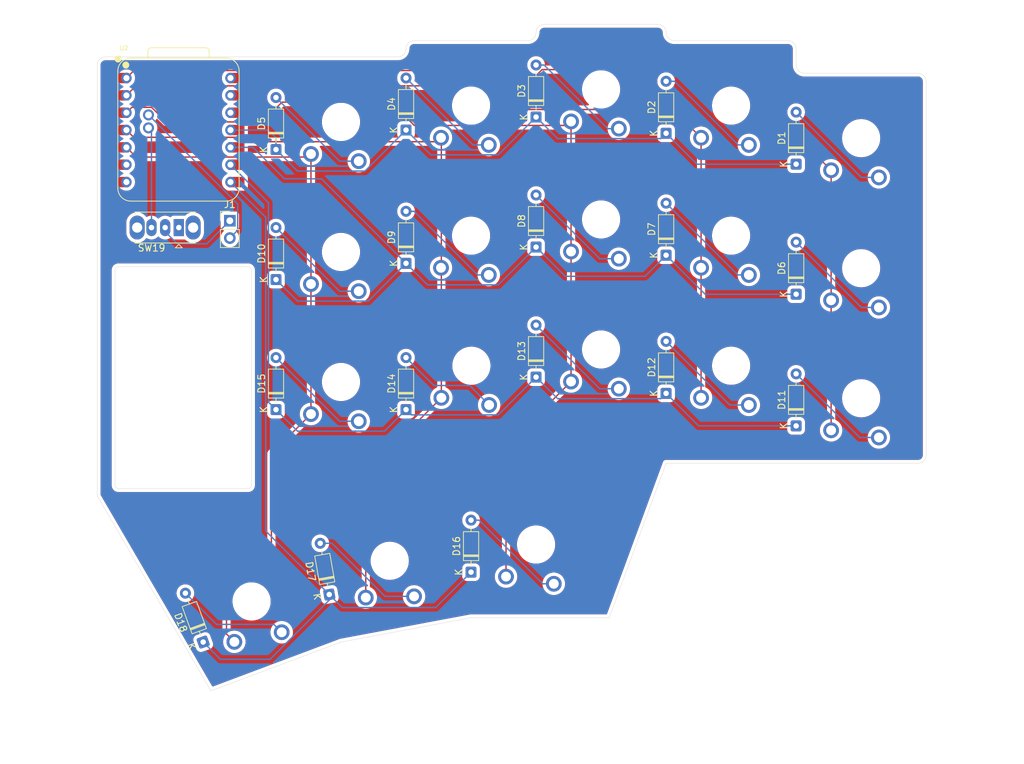
<source format=kicad_pcb>
(kicad_pcb (version 20241229) (generator "pcbnew") (generator_version "9.0")
  (layers (0 "F.Cu" signal) (2 "B.Cu" signal) (13 "F.Paste" user) (15 "B.Paste" user) (5 "F.SilkS" user "F.Silkscreen") (7 "B.SilkS" user "B.Silkscreen") (1 "F.Mask" user) (3 "B.Mask" user) (25 "Edge.Cuts" user))
  (net 0 "")
  (net 1 "Net-(D1-A)")
  (net 2 "Row 0")
  (net 3 "Net-(D2-A)")
  (net 4 "Net-(D3-A)")
  (net 5 "Net-(D4-A)")
  (net 6 "Net-(D5-A)")
  (net 7 "Net-(D6-A)")
  (net 8 "Row 1")
  (net 9 "Net-(D7-A)")
  (net 10 "Net-(D8-A)")
  (net 11 "Net-(D9-A)")
  (net 12 "Net-(D10-A)")
  (net 13 "Row 2")
  (net 14 "Net-(D11-A)")
  (net 15 "Net-(D12-A)")
  (net 16 "Net-(D13-A)")
  (net 17 "Net-(D14-A)")
  (net 18 "Net-(D15-A)")
  (net 19 "Row 3")
  (net 20 "Net-(D16-A)")
  (net 21 "Net-(D17-A)")
  (net 22 "Net-(D18-A)")
  (net 23 "GND")
  (net 24 "+5V")
  (net 25 "Net-(J1-Pin_1)")
  (net 26 "B-")
  (net 27 "Column 0")
  (net 28 "Column 1")
  (net 29 "Column 2")
  (net 30 "Column 3")
  (net 31 "Column 4")
  (net 33 "B+")
  (net 34 "+3V3")
  (footprint "Diode_THT:D_DO-35_SOD27_P7.62mm_Horizontal" (layer "F.Cu") (at 92.45625 92.216875 90)
    (property "Reference" "D14" (at 3.81 -2.119999 90) (layer "F.SilkS"))
    (property "Value" "1N4148")
    (fp_text user "K" (at -0.000002 -1.800001 90) (layer "F.SilkS"))
    (pad "1" thru_hole roundrect (at 0 0 90) (size 1.6 1.6) (drill 0.8) (layers "*.Cu" "*.Mask") (roundrect_rratio 0.15625) (net 13 "Row 2"))
    (pad "2" thru_hole circle (at 7.62 0 90) (size 1.6 1.6) (drill 0.8) (layers "*.Cu" "*.Mask") (net 17 "Net-(D14-A)"))
  )
  (footprint "KS33 Solderable:Gateron-KS33-Solderable-1U" (layer "F.Cu") (at 140.08125 47.6875)
    (property "Reference" "SW2")
    (property "Value" "SW_Push_45deg")
    (pad "" np_thru_hole circle (at 0 0 180) (size 5.1 5.1) (drill 5.1) (layers "*.Cu" "*.Mask"))
    (pad "1" thru_hole circle (at -4.4 4.7 180) (size 2.3 2.3) (drill 1.45) (layers "*.Cu" "B.Mask") (net 28 "Column 1"))
    (pad "2" thru_hole circle (at 2.6 5.75 180) (size 2.3 2.3) (drill 1.45) (layers "*.Cu" "B.Mask") (net 3 "Net-(D2-A)"))
  )
  (footprint "Diode_THT:D_DO-35_SOD27_P7.62mm_Horizontal" (layer "F.Cu") (at 149.60625 56.26 90)
    (property "Reference" "D1" (at 3.81 -2.119999 90) (layer "F.SilkS"))
    (property "Value" "1N4148")
    (fp_text user "K" (at -0.000002 -1.800001 90) (layer "F.SilkS"))
    (pad "1" thru_hole roundrect (at 0 0 90) (size 1.6 1.6) (drill 0.8) (layers "*.Cu" "*.Mask") (roundrect_rratio 0.15625) (net 2 "Row 0"))
    (pad "2" thru_hole circle (at 7.62 0 90) (size 1.6 1.6) (drill 0.8) (layers "*.Cu" "*.Mask") (net 1 "Net-(D1-A)"))
  )
  (footprint "KS33 Solderable:Gateron-KS33-Solderable-1U" (layer "F.Cu") (at 121.03125 83.40625)
    (property "Reference" "SW13")
    (property "Value" "SW_Push_45deg")
    (pad "" np_thru_hole circle (at 0 0 180) (size 5.1 5.1) (drill 5.1) (layers "*.Cu" "*.Mask"))
    (pad "1" thru_hole circle (at -4.4 4.7 180) (size 2.3 2.3) (drill 1.45) (layers "*.Cu" "B.Mask") (net 29 "Column 2"))
    (pad "2" thru_hole circle (at 2.6 5.75 180) (size 2.3 2.3) (drill 1.45) (layers "*.Cu" "B.Mask") (net 16 "Net-(D13-A)"))
  )
  (footprint "KS33 Solderable:Gateron-KS33-Solderable-1U" (layer "F.Cu") (at 90.075 114.3625 10)
    (property "Reference" "SW17")
    (property "Value" "SW_Push_45deg")
    (pad "" np_thru_hole circle (at 0 0 190) (size 5.1 5.1) (drill 5.1) (layers "*.Cu" "*.Mask"))
    (pad "1" thru_hole circle (at -4.400002 4.7 190) (size 2.3 2.3) (drill 1.45) (layers "*.Cu" "B.Mask") (net 30 "Column 3"))
    (pad "2" thru_hole circle (at 2.6 5.75 190) (size 2.3 2.3) (drill 1.45) (layers "*.Cu" "B.Mask") (net 21 "Net-(D17-A)"))
  )
  (footprint "KS33 Solderable:Gateron-KS33-Solderable-1U" (layer "F.Cu") (at 121.03125 45.30625)
    (property "Reference" "SW3")
    (property "Value" "SW_Push_45deg")
    (pad "" np_thru_hole circle (at 0 0 180) (size 5.1 5.1) (drill 5.1) (layers "*.Cu" "*.Mask"))
    (pad "1" thru_hole circle (at -4.4 4.7 180) (size 2.3 2.3) (drill 1.45) (layers "*.Cu" "B.Mask") (net 29 "Column 2"))
    (pad "2" thru_hole circle (at 2.6 5.75 180) (size 2.3 2.3) (drill 1.45) (layers "*.Cu" "B.Mask") (net 4 "Net-(D3-A)"))
  )
  (footprint "Diode_THT:D_DO-35_SOD27_P7.62mm_Horizontal" (layer "F.Cu") (at 130.55625 51.735625 90)
    (property "Reference" "D2" (at 3.81 -2.119999 90) (layer "F.SilkS"))
    (property "Value" "1N4148")
    (fp_text user "K" (at -0.000002 -1.800001 90) (layer "F.SilkS"))
    (pad "1" thru_hole roundrect (at 0 0 90) (size 1.6 1.6) (drill 0.8) (layers "*.Cu" "*.Mask") (roundrect_rratio 0.15625) (net 2 "Row 0"))
    (pad "2" thru_hole circle (at 7.62 0 90) (size 1.6 1.6) (drill 0.8) (layers "*.Cu" "*.Mask") (net 3 "Net-(D2-A)"))
  )
  (footprint "Diode_THT:D_DO-35_SOD27_P7.62mm_Horizontal" (layer "F.Cu") (at 130.55625 89.835625 90)
    (property "Reference" "D12" (at 3.81 -2.119999 90) (layer "F.SilkS"))
    (property "Value" "1N4148")
    (fp_text user "K" (at -0.000002 -1.800001 90) (layer "F.SilkS"))
    (pad "1" thru_hole roundrect (at 0 0 90) (size 1.6 1.6) (drill 0.8) (layers "*.Cu" "*.Mask") (roundrect_rratio 0.15625) (net 13 "Row 2"))
    (pad "2" thru_hole circle (at 7.62 0 90) (size 1.6 1.6) (drill 0.8) (layers "*.Cu" "*.Mask") (net 15 "Net-(D12-A)"))
  )
  (footprint "KS33 Solderable:Gateron-KS33-Solderable-1U" (layer "F.Cu") (at 82.93125 69.11875)
    (property "Reference" "SW10")
    (property "Value" "SW_Push_45deg")
    (pad "" np_thru_hole circle (at 0 0 180) (size 5.1 5.1) (drill 5.1) (layers "*.Cu" "*.Mask"))
    (pad "1" thru_hole circle (at -4.4 4.7 180) (size 2.3 2.3) (drill 1.45) (layers "*.Cu" "B.Mask") (net 31 "Column 4"))
    (pad "2" thru_hole circle (at 2.6 5.75 180) (size 2.3 2.3) (drill 1.45) (layers "*.Cu" "B.Mask") (net 12 "Net-(D10-A)"))
  )
  (footprint "Diode_THT:D_DO-35_SOD27_P7.62mm_Horizontal" (layer "F.Cu") (at 101.98125 116.029375 90)
    (property "Reference" "D16" (at 3.81 -2.119999 90) (layer "F.SilkS"))
    (property "Value" "1N4148")
    (fp_text user "K" (at -0.000002 -1.800001 90) (layer "F.SilkS"))
    (pad "1" thru_hole roundrect (at 0 0 90) (size 1.6 1.6) (drill 0.8) (layers "*.Cu" "*.Mask") (roundrect_rratio 0.15625) (net 19 "Row 3"))
    (pad "2" thru_hole circle (at 7.62 0 90) (size 1.6 1.6) (drill 0.8) (layers "*.Cu" "*.Mask") (net 20 "Net-(D16-A)"))
  )
  (footprint "KS33 Solderable:Gateron-KS33-Solderable-1U" (layer "F.Cu") (at 82.93125 88.16875)
    (property "Reference" "SW15")
    (property "Value" "SW_Push_45deg")
    (pad "" np_thru_hole circle (at 0 0 180) (size 5.1 5.1) (drill 5.1) (layers "*.Cu" "*.Mask"))
    (pad "1" thru_hole circle (at -4.4 4.7 180) (size 2.3 2.3) (drill 1.45) (layers "*.Cu" "B.Mask") (net 31 "Column 4"))
    (pad "2" thru_hole circle (at 2.6 5.75 180) (size 2.3 2.3) (drill 1.45) (layers "*.Cu" "B.Mask") (net 18 "Net-(D15-A)"))
  )
  (footprint "KS33 Solderable:Gateron-KS33-Solderable-1U" (layer "F.Cu") (at 101.98125 47.6875)
    (property "Reference" "SW4")
    (property "Value" "SW_Push_45deg")
    (pad "" np_thru_hole circle (at 0 0 180) (size 5.1 5.1) (drill 5.1) (layers "*.Cu" "*.Mask"))
    (pad "1" thru_hole circle (at -4.4 4.7 180) (size 2.3 2.3) (drill 1.45) (layers "*.Cu" "B.Mask") (net 30 "Column 3"))
    (pad "2" thru_hole circle (at 2.6 5.75 180) (size 2.3 2.3) (drill 1.45) (layers "*.Cu" "B.Mask") (net 5 "Net-(D4-A)"))
  )
  (footprint "Diode_THT:D_DO-35_SOD27_P7.62mm_Horizontal" (layer "F.Cu") (at 111.50625 68.404375 90)
    (property "Reference" "D8" (at 3.81 -2.119999 270) (layer "F.SilkS"))
    (property "Value" "1N4148")
    (fp_text user "K" (at -0.000002 -1.800001 90) (layer "F.SilkS"))
    (pad "1" thru_hole roundrect (at 0 0 90) (size 1.6 1.6) (drill 0.8) (layers "*.Cu" "*.Mask") (roundrect_rratio 0.15625) (net 8 "Row 1"))
    (pad "2" thru_hole circle (at 7.62 0 90) (size 1.6 1.6) (drill 0.8) (layers "*.Cu" "*.Mask") (net 10 "Net-(D8-A)"))
  )
  (footprint "Diode_THT:D_DO-35_SOD27_P7.62mm_Horizontal" (layer "F.Cu") (at 73.40625 54.116875 90)
    (property "Reference" "D5" (at 3.81 -2.119999 90) (layer "F.SilkS"))
    (property "Value" "1N4148")
    (fp_text user "K" (at -0.000002 -1.800001 90) (layer "F.SilkS"))
    (pad "1" thru_hole roundrect (at 0 0 90) (size 1.6 1.6) (drill 0.8) (layers "*.Cu" "*.Mask") (roundrect_rratio 0.15625) (net 2 "Row 0"))
    (pad "2" thru_hole circle (at 7.62 0 90) (size 1.6 1.6) (drill 0.8) (layers "*.Cu" "*.Mask") (net 6 "Net-(D5-A)"))
  )
  (footprint "Diode_THT:D_DO-35_SOD27_P7.62mm_Horizontal" (layer "F.Cu") (at 92.45625 70.785625 90)
    (property "Reference" "D9" (at 3.81 -2.119999 90) (layer "F.SilkS"))
    (property "Value" "1N4148")
    (fp_text user "K" (at -0.000002 -1.800001 90) (layer "F.SilkS"))
    (pad "1" thru_hole roundrect (at 0 0 90) (size 1.6 1.6) (drill 0.8) (layers "*.Cu" "*.Mask") (roundrect_rratio 0.15625) (net 8 "Row 1"))
    (pad "2" thru_hole circle (at 7.62 0 90) (size 1.6 1.6) (drill 0.8) (layers "*.Cu" "*.Mask") (net 11 "Net-(D9-A)"))
  )
  (footprint "Diode_THT:D_DO-35_SOD27_P7.62mm_Horizontal" (layer "F.Cu") (at 149.60625 75.31 90)
    (property "Reference" "D6" (at 3.81 -2.119999 90) (layer "F.SilkS"))
    (property "Value" "1N4148")
    (fp_text user "K" (at -0.000002 -1.800001 90) (layer "F.SilkS"))
    (pad "1" thru_hole roundrect (at 0 0 90) (size 1.6 1.6) (drill 0.8) (layers "*.Cu" "*.Mask") (roundrect_rratio 0.15625) (net 8 "Row 1"))
    (pad "2" thru_hole circle (at 7.62 0 90) (size 1.6 1.6) (drill 0.8) (layers "*.Cu" "*.Mask") (net 7 "Net-(D6-A)"))
  )
  (footprint "xiao:XIAO-nRF52840-DIP-Batt" (layer "F.Cu") (at 59.11875 51.259375)
    (property "Reference" "U2" (at -8 -12 0) (layer "F.SilkS") (effects (font (size 0.635 0.635) (thickness 0.1016))))
    (property "Value" "XIAO-nRF52840-SMD")
    (pad "1" smd roundrect (at -8.455 -7.62 180) (size 2.432 1.524) (layers "F.Cu" "F.Mask") (roundrect_rratio 0.1) (net 27 "Column 0"))
    (pad "1" thru_hole circle (at -7.62 -7.62 180) (size 1.524 1.524) (drill 0.889) (layers "*.Cu" "*.Mask") (net 27 "Column 0"))
    (pad "2" smd roundrect (at -8.455 -5.08 180) (size 2.432 1.524) (layers "F.Cu" "F.Mask") (roundrect_rratio 0.1) (net 28 "Column 1"))
    (pad "2" thru_hole circle (at -7.62 -5.08 180) (size 1.524 1.524) (drill 0.889) (layers "*.Cu" "*.Mask") (net 28 "Column 1"))
    (pad "3" smd roundrect (at -8.455 -2.54 180) (size 2.432 1.524) (layers "F.Cu" "F.Mask") (roundrect_rratio 0.1) (net 29 "Column 2"))
    (pad "3" thru_hole circle (at -7.62 -2.54 180) (size 1.524 1.524) (drill 0.889) (layers "*.Cu" "*.Mask") (net 29 "Column 2"))
    (pad "4" smd roundrect (at -8.455 0 180) (size 2.432 1.524) (layers "F.Cu" "F.Mask") (roundrect_rratio 0.1) (net 30 "Column 3"))
    (pad "4" thru_hole circle (at -7.62 0 180) (size 1.524 1.524) (drill 0.889) (layers "*.Cu" "*.Mask") (net 30 "Column 3"))
    (pad "5" smd roundrect (at -8.455 2.54 180) (size 2.432 1.524) (layers "F.Cu" "F.Mask") (roundrect_rratio 0.1) (net 31 "Column 4"))
    (pad "5" thru_hole circle (at -7.62 2.54 180) (size 1.524 1.524) (drill 0.889) (layers "*.Cu" "*.Mask") (net 31 "Column 4"))
    (pad "6" smd roundrect (at -8.455 5.08 180) (size 2.432 1.524) (layers "F.Cu" "F.Mask") (roundrect_rratio 0.1))
    (pad "6" thru_hole circle (at -7.62 5.08 180) (size 1.524 1.524) (drill 0.889) (layers "*.Cu" "*.Mask"))
    (pad "7" smd roundrect (at -8.455 7.62 180) (size 2.432 1.524) (layers "F.Cu" "F.Mask") (roundrect_rratio 0.1))
    (pad "7" thru_hole circle (at -7.62 7.62 180) (size 1.524 1.524) (drill 0.889) (layers "*.Cu" "*.Mask"))
    (pad "8" thru_hole circle (at 7.62 7.62) (size 1.524 1.524) (drill 0.889) (layers "*.Cu" "*.Mask") (net 19 "Row 3"))
    (pad "8" smd roundrect (at 8.455 7.62) (size 2.432 1.524) (layers "F.Cu" "F.Mask") (roundrect_rratio 0.1) (net 19 "Row 3"))
    (pad "9" thru_hole circle (at 7.62 5.08) (size 1.524 1.524) (drill 0.889) (layers "*.Cu" "*.Mask") (net 13 "Row 2"))
    (pad "9" smd roundrect (at 8.455 5.08) (size 2.432 1.524) (layers "F.Cu" "F.Mask") (roundrect_rratio 0.1) (net 13 "Row 2"))
    (pad "10" thru_hole circle (at 7.62 2.54) (size 1.524 1.524) (drill 0.889) (layers "*.Cu" "*.Mask") (net 8 "Row 1"))
    (pad "10" smd roundrect (at 8.455 2.54) (size 2.432 1.524) (layers "F.Cu" "F.Mask") (roundrect_rratio 0.1) (net 8 "Row 1"))
    (pad "11" thru_hole circle (at 7.62 0) (size 1.524 1.524) (drill 0.889) (layers "*.Cu" "*.Mask") (net 2 "Row 0"))
    (pad "11" smd roundrect (at 8.455 0) (size 2.432 1.524) (layers "F.Cu" "F.Mask") (roundrect_rratio 0.1) (net 2 "Row 0"))
    (pad "12" thru_hole circle (at 7.62 -2.54) (size 1.524 1.524) (drill 0.889) (layers "*.Cu" "*.Mask") (net 34 "+3V3"))
    (pad "12" smd roundrect (at 8.455 -2.54) (size 2.432 1.524) (layers "F.Cu" "F.Mask") (roundrect_rratio 0.1) (net 34 "+3V3"))
    (pad "13" thru_hole circle (at 7.62 -5.08) (size 1.524 1.524) (drill 0.889) (layers "*.Cu" "*.Mask") (net 23 "GND"))
    (pad "13" smd roundrect (at 8.455 -5.08) (size 2.432 1.524) (layers "F.Cu" "F.Mask") (roundrect_rratio 0.1) (net 23 "GND"))
    (pad "14" thru_hole circle (at 7.62 -7.62) (size 1.524 1.524) (drill 0.889) (layers "*.Cu" "*.Mask") (net 24 "+5V"))
    (pad "14" smd roundrect (at 8.455 -7.62) (size 2.432 1.524) (layers "F.Cu" "F.Mask") (roundrect_rratio 0.1) (net 24 "+5V"))
    (pad "15" thru_hole circle (at -4.39 -0.317 180) (size 1.6 1.6) (drill 1) (layers "*.Cu" "*.Mask") (net 33 "B+"))
    (pad "16" thru_hole circle (at -4.39 -2.222 180) (size 1.6 1.6) (drill 1) (layers "*.Cu" "*.Mask") (net 26 "B-"))
  )
  (footprint "KS33 Solderable:Gateron-KS33-Solderable-1U" (layer "F.Cu") (at 140.08125 85.7875)
    (property "Reference" "SW12")
    (property "Value" "SW_Push_45deg")
    (pad "" np_thru_hole circle (at 0 0 180) (size 5.1 5.1) (drill 5.1) (layers "*.Cu" "*.Mask"))
    (pad "1" thru_hole circle (at -4.4 4.7 180) (size 2.3 2.3) (drill 1.45) (layers "*.Cu" "B.Mask") (net 28 "Column 1"))
    (pad "2" thru_hole circle (at 2.6 5.75 180) (size 2.3 2.3) (drill 1.45) (layers "*.Cu" "B.Mask") (net 15 "Net-(D12-A)"))
  )
  (footprint "KS33 Solderable:Gateron-KS33-Solderable-1U" (layer "F.Cu") (at 69.834375 120.315625 20)
    (property "Reference" "SW18")
    (property "Value" "SW_Push_45deg")
    (pad "" np_thru_hole circle (at 0 0 200) (size 5.1 5.1) (drill 5.1) (layers "*.Cu" "*.Mask"))
    (pad "1" thru_hole circle (at -4.4 4.699999 200) (size 2.3 2.3) (drill 1.45) (layers "*.Cu" "B.Mask") (net 31 "Column 4"))
    (pad "2" thru_hole circle (at 2.599999 5.750001 200) (size 2.3 2.3) (drill 1.45) (layers "*.Cu" "B.Mask") (net 22 "Net-(D18-A)"))
  )
  (footprint "KS33 Solderable:Gateron-KS33-Solderable-1U" (layer "F.Cu") (at 102.03125 85.7875)
    (property "Reference" "SW14")
    (property "Value" "SW_Push_45deg")
    (pad "" np_thru_hole circle (at 0 0 180) (size 5.1 5.1) (drill 5.1) (layers "*.Cu" "*.Mask"))
    (pad "1" thru_hole circle (at -4.4 4.7 180) (size 2.3 2.3) (drill 1.45) (layers "*.Cu" "B.Mask") (net 30 "Column 3"))
    (pad "2" thru_hole circle (at 2.6 5.75 180) (size 2.3 2.3) (drill 1.45) (layers "*.Cu" "B.Mask") (net 17 "Net-(D14-A)"))
  )
  (footprint "Diode_THT:D_DO-35_SOD27_P7.62mm_Horizontal" (layer "F.Cu") (at 111.50625 49.354375 90)
    (property "Reference" "D3" (at 3.81 -2.119999 90) (layer "F.SilkS"))
    (property "Value" "1N4148")
    (fp_text user "K" (at -0.000002 -1.800001 90) (layer "F.SilkS"))
    (pad "1" thru_hole roundrect (at 0 0 90) (size 1.6 1.6) (drill 0.8) (layers "*.Cu" "*.Mask") (roundrect_rratio 0.15625) (net 2 "Row 0"))
    (pad "2" thru_hole circle (at 7.62 0 90) (size 1.6 1.6) (drill 0.8) (layers "*.Cu" "*.Mask") (net 4 "Net-(D3-A)"))
  )
  (footprint "Diode_THT:D_DO-35_SOD27_P7.62mm_Horizontal" (layer "F.Cu") (at 81.2116 119.305242 100)
    (property "Reference" "D17" (at 3.81 -2.119999 100) (layer "F.SilkS"))
    (property "Value" "1N4148")
    (fp_text user "K" (at -0.000002 -1.800001 100) (layer "F.SilkS"))
    (pad "1" thru_hole roundrect (at 0 0 100) (size 1.6 1.6) (drill 0.8) (layers "*.Cu" "*.Mask") (roundrect_rratio 0.15625) (net 19 "Row 3"))
    (pad "2" thru_hole circle (at 7.62 0 100) (size 1.6 1.6) (drill 0.8) (layers "*.Cu" "*.Mask") (net 21 "Net-(D17-A)"))
  )
  (footprint "KS33 Solderable:Gateron-KS33-Solderable-1U" (layer "F.Cu") (at 140.08125 66.7375)
    (property "Reference" "SW7")
    (property "Value" "SW_Push_45deg")
    (pad "" np_thru_hole circle (at 0 0 180) (size 5.1 5.1) (drill 5.1) (layers "*.Cu" "*.Mask"))
    (pad "1" thru_hole circle (at -4.4 4.7 180) (size 2.3 2.3) (drill 1.45) (layers "*.Cu" "B.Mask") (net 28 "Column 1"))
    (pad "2" thru_hole circle (at 2.6 5.75 180) (size 2.3 2.3) (drill 1.45) (layers "*.Cu" "B.Mask") (net 9 "Net-(D7-A)"))
  )
  (footprint "KS33 Solderable:Gateron-KS33-Solderable-1U" (layer "F.Cu") (at 101.98125 66.7375)
    (property "Reference" "SW9")
    (property "Value" "SW_Push_45deg")
    (pad "" np_thru_hole circle (at 0 0 180) (size 5.1 5.1) (drill 5.1) (layers "*.Cu" "*.Mask"))
    (pad "1" thru_hole circle (at -4.4 4.7 180) (size 2.3 2.3) (drill 1.45) (layers "*.Cu" "B.Mask") (net 30 "Column 3"))
    (pad "2" thru_hole circle (at 2.6 5.75 180) (size 2.3 2.3) (drill 1.45) (layers "*.Cu" "B.Mask") (net 11 "Net-(D9-A)"))
  )
  (footprint "Diode_THT:D_DO-35_SOD27_P7.62mm_Horizontal" (layer "F.Cu") (at 62.740625 126.26875 110)
    (property "Reference" "D18" (at 3.810001 -2.12 110) (layer "F.SilkS"))
    (property "Value" "1N4148")
    (fp_text user "K" (at -0.000002 -1.800002 110) (layer "F.SilkS"))
    (pad "1" thru_hole roundrect (at 0 0 110) (size 1.6 1.6) (drill 0.8) (layers "*.Cu" "*.Mask") (roundrect_rratio 0.15625) (net 19 "Row 3"))
    (pad "2" thru_hole circle (at 7.62 0.000001 110) (size 1.6 1.6) (drill 0.8) (layers "*.Cu" "*.Mask") (net 22 "Net-(D18-A)"))
  )
  (footprint "Diode_THT:D_DO-35_SOD27_P7.62mm_Horizontal" (layer "F.Cu") (at 130.55625 69.595 90)
    (property "Reference" "D7" (at 3.81 -2.119999 90) (layer "F.SilkS"))
    (property "Value" "1N4148")
    (fp_text user "K" (at -0.000002 -1.800001 90) (layer "F.SilkS"))
    (pad "1" thru_hole roundrect (at 0 0 90) (size 1.6 1.6) (drill 0.8) (layers "*.Cu" "*.Mask") (roundrect_rratio 0.15625) (net 8 "Row 1"))
    (pad "2" thru_hole circle (at 7.62 0 90) (size 1.6 1.6) (drill 0.8) (layers "*.Cu" "*.Mask") (net 9 "Net-(D7-A)"))
  )
  (footprint "Diode_THT:D_DO-35_SOD27_P7.62mm_Horizontal" (layer "F.Cu") (at 149.60625 94.598125 90)
    (property "Reference" "D11" (at 3.81 -2.119999 90) (layer "F.SilkS"))
    (property "Value" "1N4148")
    (fp_text user "K" (at -0.000002 -1.800001 90) (layer "F.SilkS"))
    (pad "1" thru_hole roundrect (at 0 0 90) (size 1.6 1.6) (drill 0.8) (layers "*.Cu" "*.Mask") (roundrect_rratio 0.15625) (net 13 "Row 2"))
    (pad "2" thru_hole circle (at 7.62 0 90) (size 1.6 1.6) (drill 0.8) (layers "*.Cu" "*.Mask") (net 14 "Net-(D11-A)"))
  )
  (footprint "Diode_THT:D_DO-35_SOD27_P7.62mm_Horizontal" (layer "F.Cu") (at 73.40625 92.216875 90)
    (property "Reference" "D15" (at 3.81 -2.119999 90) (layer "F.SilkS"))
    (property "Value" "1N4148")
    (fp_text user "K" (at -0.000002 -1.800001 90) (layer "F.SilkS"))
    (pad "1" thru_hole roundrect (at 0 0 90) (size 1.6 1.6) (drill 0.8) (layers "*.Cu" "*.Mask") (roundrect_rratio 0.15625) (net 13 "Row 2"))
    (pad "2" thru_hole circle (at 7.62 0 90) (size 1.6 1.6) (drill 0.8) (layers "*.Cu" "*.Mask") (net 18 "Net-(D15-A)"))
  )
  (footprint "KS33 Solderable:Gateron-KS33-Solderable-1U" (layer "F.Cu") (at 121.03125 64.35625)
    (property "Reference" "SW8")
    (property "Value" "SW_Push_45deg")
    (pad "" np_thru_hole circle (at 0 0 180) (size 5.1 5.1) (drill 5.1) (layers "*.Cu" "*.Mask"))
    (pad "1" thru_hole circle (at -4.4 4.7 180) (size 2.3 2.3) (drill 1.45) (layers "*.Cu" "B.Mask") (net 29 "Column 2"))
    (pad "2" thru_hole circle (at 2.6 5.75 180) (size 2.3 2.3) (drill 1.45) (layers "*.Cu" "B.Mask") (net 10 "Net-(D8-A)"))
  )
  (footprint "Connector_PinHeader_2.54mm:PinHeader_1x02_P2.54mm_Vertical" (layer "F.Cu") (at 66.643747 64.546874)
    (property "Reference" "J1" (at 0 -2.38 0) (layer "F.SilkS"))
    (property "Value" "Conn_01x02_Pin")
    (pad "1" thru_hole rect (at 0 0) (size 1.7 1.7) (drill 1) (layers "*.Cu" "*.Mask") (net 25 "Net-(J1-Pin_1)"))
    (pad "2" thru_hole circle (at 0 2.54) (size 1.7 1.7) (drill 1) (layers "*.Cu" "*.Mask") (net 26 "B-"))
  )
  (footprint "Diode_THT:D_DO-35_SOD27_P7.62mm_Horizontal" (layer "F.Cu") (at 111.50625 87.454375 90)
    (property "Reference" "D13" (at 3.81 -2.119999 90) (layer "F.SilkS"))
    (property "Value" "1N4148")
    (fp_text user "K" (at -0.000002 -1.800001 90) (layer "F.SilkS"))
    (pad "1" thru_hole roundrect (at 0 0 90) (size 1.6 1.6) (drill 0.8) (layers "*.Cu" "*.Mask") (roundrect_rratio 0.15625) (net 13 "Row 2"))
    (pad "2" thru_hole circle (at 7.62 0 90) (size 1.6 1.6) (drill 0.8) (layers "*.Cu" "*.Mask") (net 16 "Net-(D13-A)"))
  )
  (footprint "Button_Switch_THT:SW_Slide_SPDT_Straight_CK_OS102011MS2Q" (layer "F.Cu") (at 59.16875 65.546875 180)
    (property "Reference" "SW19" (at 3.99 -2.99 0) (layer "F.SilkS"))
    (property "Value" "SW_SPDT")
    (pad "" thru_hole oval (at -2.1 0 180) (size 2.2 3.5) (drill 1.5) (layers "*.Cu" "*.Mask"))
    (pad "" thru_hole oval (at 6.1 0 180) (size 2.2 3.5) (drill 1.5) (layers "*.Cu" "*.Mask"))
    (pad "1" thru_hole rect (at 0 0 180) (size 1.5 2.5) (drill 0.8) (layers "*.Cu" "*.Mask"))
    (pad "2" thru_hole oval (at 2.000003 0.000001 180) (size 1.5 2.5) (drill 0.8) (layers "*.Cu" "*.Mask") (net 25 "Net-(J1-Pin_1)"))
    (pad "3" thru_hole oval (at 4 0 180) (size 1.5 2.5) (drill 0.8) (layers "*.Cu" "*.Mask") (net 33 "B+"))
  )
  (footprint "KS33 Solderable:Gateron-KS33-Solderable-1U" (layer "F.Cu") (at 159.13125 90.55)
    (property "Reference" "SW11")
    (property "Value" "SW_Push_45deg")
    (pad "" np_thru_hole circle (at 0 0 180) (size 5.1 5.1) (drill 5.1) (layers "*.Cu" "*.Mask"))
    (pad "1" thru_hole circle (at -4.4 4.7 180) (size 2.3 2.3) (drill 1.45) (layers "*.Cu" "B.Mask") (net 27 "Column 0"))
    (pad "2" thru_hole circle (at 2.6 5.75 180) (size 2.3 2.3) (drill 1.45) (layers "*.Cu" "B.Mask") (net 14 "Net-(D11-A)"))
  )
  (footprint "KS33 Solderable:Gateron-KS33-Solderable-1U" (layer "F.Cu") (at 159.13125 52.45)
    (property "Reference" "SW1")
    (property "Value" "SW_Push_45deg")
    (pad "" np_thru_hole circle (at 0 0 180) (size 5.1 5.1) (drill 5.1) (layers "*.Cu" "*.Mask"))
    (pad "1" thru_hole circle (at -4.4 4.7 180) (size 2.3 2.3) (drill 1.45) (layers "*.Cu" "B.Mask") (net 27 "Column 0"))
    (pad "2" thru_hole circle (at 2.6 5.75 180) (size 2.3 2.3) (drill 1.45) (layers "*.Cu" "B.Mask") (net 1 "Net-(D1-A)"))
  )
  (footprint "KS33 Solderable:Gateron-KS33-Solderable-1U" (layer "F.Cu") (at 159.13125 71.5)
    (property "Reference" "SW6")
    (property "Value" "SW_Push_45deg")
    (pad "" np_thru_hole circle (at 0 0 180) (size 5.1 5.1) (drill 5.1) (layers "*.Cu" "*.Mask"))
    (pad "1" thru_hole circle (at -4.4 4.7 180) (size 2.3 2.3) (drill 1.45) (layers "*.Cu" "B.Mask") (net 27 "Column 0"))
    (pad "2" thru_hole circle (at 2.6 5.75 180) (size 2.3 2.3) (drill 1.45) (layers "*.Cu" "B.Mask") (net 7 "Net-(D6-A)"))
  )
  (footprint "KS33 Solderable:Gateron-KS33-Solderable-1U" (layer "F.Cu") (at 111.50625 111.98125)
    (property "Reference" "SW16")
    (property "Value" "SW_Push_45deg")
    (pad "" np_thru_hole circle (at 0 0 180) (size 5.1 5.1) (drill 5.1) (layers "*.Cu" "*.Mask"))
    (pad "1" thru_hole circle (at -4.400001 4.7 180) (size 2.3 2.3) (drill 1.45) (layers "*.Cu" "B.Mask") (net 29 "Column 2"))
    (pad "2" thru_hole circle (at 2.6 5.75 180) (size 2.3 2.3) (drill 1.45) (layers "*.Cu" "B.Mask") (net 20 "Net-(D16-A)"))
  )
  (footprint "Diode_THT:D_DO-35_SOD27_P7.62mm_Horizontal" (layer "F.Cu") (at 73.40625 73.166875 90)
    (property "Reference" "D10" (at 3.81 -2.119999 90) (layer "F.SilkS"))
    (property "Value" "1N4148")
    (fp_text user "K" (at -0.000002 -1.800001 90) (layer "F.SilkS"))
    (pad "1" thru_hole roundrect (at 0 0 90) (size 1.6 1.6) (drill 0.8) (layers "*.Cu" "*.Mask") (roundrect_rratio 0.15625) (net 8 "Row 1"))
    (pad "2" thru_hole circle (at 7.62 0 90) (size 1.6 1.6) (drill 0.8) (layers "*.Cu" "*.Mask") (net 12 "Net-(D10-A)"))
  )
  (footprint "Diode_THT:D_DO-35_SOD27_P7.62mm_Horizontal" (layer "F.Cu") (at 92.45625 51.259375 90)
    (property "Reference" "D4" (at 3.81 -2.119999 90) (layer "F.SilkS"))
    (property "Value" "1N4148")
    (fp_text user "K" (at -0.000002 -1.800001 90) (layer "F.SilkS"))
    (pad "1" thru_hole roundrect (at 0 0 90) (size 1.6 1.6) (drill 0.8) (layers "*.Cu" "*.Mask") (roundrect_rratio 0.15625) (net 2 "Row 0"))
    (pad "2" thru_hole circle (at 7.62 0 90) (size 1.6 1.6) (drill 0.8) (layers "*.Cu" "*.Mask") (net 5 "Net-(D4-A)"))
  )
  (footprint "KS33 Solderable:Gateron-KS33-Solderable-1U" (layer "F.Cu") (at 82.93125 50.06875)
    (property "Reference" "SW5")
    (property "Value" "SW_Push_45deg")
    (pad "" np_thru_hole circle (at 0 0 180) (size 5.1 5.1) (drill 5.1) (layers "*.Cu" "*.Mask"))
    (pad "1" thru_hole circle (at -4.4 4.7 180) (size 2.3 2.3) (drill 1.45) (layers "*.Cu" "B.Mask") (net 31 "Column 4"))
    (pad "2" thru_hole circle (at 2.6 5.75 180) (size 2.3 2.3) (drill 1.45) (layers "*.Cu" "B.Mask") (net 6 "Net-(D5-A)"))
  )
  (gr_line (start 50.328553 103.793303) (end 69.328553 103.793303) (stroke (width 0.05)) (layer "Edge.Cuts"))
  (gr_line (start 69.828553 103.293303) (end 69.828553 71.793303) (stroke (width 0.05)) (layer "Edge.Cuts"))
  (gr_line (start 168.65625 98.884375) (end 168.65625 44.115625) (stroke (width 0.05)) (layer "Edge.Cuts"))
  (gr_line (start 148.415625 38.1625) (end 131.746875 38.1625) (stroke (width 0.05)) (layer "Edge.Cuts"))
  (gr_arc (start 111.50625 36.971875) (mid 111.854986 36.130001) (end 112.696875 35.78125) (stroke (width 0.05)) (layer "Edge.Cuts"))
  (gr_arc (start 47.2125 41.734375) (mid 47.561204 40.892454) (end 48.403125 40.54375) (stroke (width 0.05)) (layer "Edge.Cuts"))
  (gr_arc (start 49.828553 71.793303) (mid 49.975028 71.439778) (end 50.328553 71.293303) (stroke (width 0.05)) (layer "Edge.Cuts"))
  (gr_line (start 110.315625 38.1625) (end 93.646875 38.1625) (stroke (width 0.05)) (layer "Edge.Cuts"))
  (gr_arc (start 111.50625 36.971875) (mid 111.157502 37.813752) (end 110.315625 38.1625) (stroke (width 0.05)) (layer "Edge.Cuts"))
  (gr_line (start 103.171875 122.696875) (end 122.221875 122.696875) (stroke (width 0.05)) (layer "Edge.Cuts"))
  (gr_line (start 167.465625 42.925) (end 150.796875 42.925) (stroke (width 0.05)) (layer "Edge.Cuts"))
  (gr_line (start 49.828553 71.793303) (end 49.828553 103.293303) (stroke (width 0.05)) (layer "Edge.Cuts"))
  (gr_arc (start 167.465625 42.925) (mid 168.307531 43.273719) (end 168.65625 44.115625) (stroke (width 0.05)) (layer "Edge.Cuts"))
  (gr_arc (start 69.328553 71.293303) (mid 69.682103 71.439751) (end 69.828553 71.793303) (stroke (width 0.05)) (layer "Edge.Cuts"))
  (gr_line (start 129.365625 35.78125) (end 112.696875 35.78125) (stroke (width 0.05)) (layer "Edge.Cuts"))
  (gr_line (start 63.88125 133.4125) (end 47.2125 104.8375) (stroke (width 0.05)) (layer "Edge.Cuts"))
  (gr_line (start 103.171875 122.696875) (end 101.98125 122.696875) (stroke (width 0.05)) (layer "Edge.Cuts"))
  (gr_arc (start 69.828553 103.293303) (mid 69.682076 103.646826) (end 69.328553 103.793303) (stroke (width 0.05)) (layer "Edge.Cuts"))
  (gr_line (start 149.60625 41.734375) (end 149.60625 39.353125) (stroke (width 0.05)) (layer "Edge.Cuts"))
  (gr_arc (start 50.328553 103.793303) (mid 49.974997 103.646858) (end 49.828553 103.293303) (stroke (width 0.05)) (layer "Edge.Cuts"))
  (gr_line (start 47.2125 97.69375) (end 47.2125 104.8375) (stroke (width 0.05)) (layer "Edge.Cuts"))
  (gr_arc (start 131.746875 38.1625) (mid 130.904969 37.813781) (end 130.55625 36.971875) (stroke (width 0.05)) (layer "Edge.Cuts"))
  (gr_arc (start 148.415625 38.1625) (mid 149.257531 38.511219) (end 149.60625 39.353125) (stroke (width 0.05)) (layer "Edge.Cuts"))
  (gr_arc (start 168.65625 98.884375) (mid 168.307502 99.726252) (end 167.465625 100.075) (stroke (width 0.05)) (layer "Edge.Cuts"))
  (gr_line (start 82.93125 126.26875) (end 101.98125 122.696875) (stroke (width 0.05)) (layer "Edge.Cuts"))
  (gr_line (start 91.265625 40.54375) (end 48.403125 40.54375) (stroke (width 0.05)) (layer "Edge.Cuts"))
  (gr_arc (start 129.365625 35.78125) (mid 130.207549 36.129966) (end 130.55625 36.971875) (stroke (width 0.05)) (layer "Edge.Cuts"))
  (gr_line (start 167.465625 100.075) (end 130.55625 100.075) (stroke (width 0.05)) (layer "Edge.Cuts"))
  (gr_line (start 47.2125 41.734375) (end 47.2125 97.69375) (stroke (width 0.05)) (layer "Edge.Cuts"))
  (gr_arc (start 92.45625 39.353125) (mid 92.107514 40.194999) (end 91.265625 40.54375) (stroke (width 0.05)) (layer "Edge.Cuts"))
  (gr_line (start 122.221875 122.696875) (end 130.55625 100.075) (stroke (width 0.05)) (layer "Edge.Cuts"))
  (gr_line (start 69.328553 71.293303) (end 50.328553 71.293303) (stroke (width 0.05)) (layer "Edge.Cuts"))
  (gr_arc (start 92.45625 39.353125) (mid 92.804998 38.511248) (end 93.646875 38.1625) (stroke (width 0.05)) (layer "Edge.Cuts"))
  (gr_line (start 63.88125 133.4125) (end 82.93125 126.26875) (stroke (width 0.05)) (layer "Edge.Cuts"))
  (gr_arc (start 150.796875 42.925) (mid 149.954969 42.576281) (end 149.60625 41.734375) (stroke (width 0.05)) (layer "Edge.Cuts"))
  (segment (start 161.73125 58.2) (end 159.16625 58.2) (width 0.2) (layer "B.Cu") (net 1))
  (segment (start 159.16625 58.2) (end 149.60625 48.64) (width 0.2) (layer "B.Cu") (net 1))
  (segment (start 73.40625 52.4) (end 72.265625 51.259375) (width 0.2) (layer "B.Cu") (net 2))
  (segment (start 73.40625 54.116875) (end 76.559125 57.26975) (width 0.2) (layer "B.Cu") (net 2))
  (segment (start 72.265625 51.259375) (end 66.73875 51.259375) (width 0.2) (layer "B.Cu") (net 2))
  (segment (start 135.080625 56.26) (end 149.60625 56.26) (width 0.2) (layer "B.Cu") (net 2))
  (segment (start 111.50625 49.354375) (end 114.659125 52.50725) (width 0.2) (layer "B.Cu") (net 2))
  (segment (start 105.972125 54.8885) (end 111.50625 49.354375) (width 0.2) (layer "B.Cu") (net 2))
  (segment (start 92.45625 51.259375) (end 96.085375 54.8885) (width 0.2) (layer "B.Cu") (net 2))
  (segment (start 73.40625 54.116875) (end 73.40625 52.4) (width 0.2) (layer "B.Cu") (net 2))
  (segment (start 130.55625 51.735625) (end 135.080625 56.26) (width 0.2) (layer "B.Cu") (net 2))
  (segment (start 76.559125 57.26975) (end 86.445875 57.26975) (width 0.2) (layer "B.Cu") (net 2))
  (segment (start 96.085375 54.8885) (end 105.972125 54.8885) (width 0.2) (layer "B.Cu") (net 2))
  (segment (start 86.445875 57.26975) (end 92.45625 51.259375) (width 0.2) (layer "B.Cu") (net 2))
  (segment (start 114.659125 52.50725) (end 129.784625 52.50725) (width 0.2) (layer "B.Cu") (net 2))
  (segment (start 129.784625 52.50725) (end 130.55625 51.735625) (width 0.2) (layer "B.Cu") (net 2))
  (segment (start 142.68125 53.4375) (end 141.11875 53.4375) (width 0.2) (layer "B.Cu") (net 3))
  (segment (start 141.11875 53.4375) (end 131.796875 44.115625) (width 0.2) (layer "B.Cu") (net 3))
  (segment (start 131.796875 44.115625) (end 130.55625 44.115625) (width 0.2) (layer "B.Cu") (net 3))
  (segment (start 112.68303 41.734375) (end 111.50625 41.734375) (width 0.2) (layer "B.Cu") (net 4))
  (segment (start 122.004905 51.05625) (end 112.68303 41.734375) (width 0.2) (layer "B.Cu") (net 4))
  (segment (start 123.63125 51.05625) (end 122.004905 51.05625) (width 0.2) (layer "B.Cu") (net 4))
  (segment (start 102.254375 53.4375) (end 92.45625 43.639375) (width 0.2) (layer "B.Cu") (net 5))
  (segment (start 104.58125 53.4375) (end 102.254375 53.4375) (width 0.2) (layer "B.Cu") (net 5))
  (segment (start 82.728125 55.81875) (end 73.40625 46.496875) (width 0.2) (layer "B.Cu") (net 6))
  (segment (start 85.53125 55.81875) (end 82.728125 55.81875) (width 0.2) (layer "B.Cu") (net 6))
  (segment (start 161.73125 77.25) (end 159.16625 77.25) (width 0.2) (layer "B.Cu") (net 7))
  (segment (start 159.16625 77.25) (end 149.60625 67.69) (width 0.2) (layer "B.Cu") (net 7))
  (segment (start 86.922125 76.31975) (end 76.559125 76.31975) (width 0.2) (layer "B.Cu") (net 8))
  (segment (start 70.043125 53.799375) (end 66.73875 53.799375) (width 0.2) (layer "B.Cu") (net 8))
  (segment (start 111.50625 68.404375) (end 105.972125 73.9385) (width 0.2) (layer "B.Cu") (net 8))
  (segment (start 92.45625 70.785625) (end 80.07375 58.403125) (width 0.2) (layer "B.Cu") (net 8))
  (segment (start 115.7925 72.690625) (end 111.50625 68.404375) (width 0.2) (layer "B.Cu") (net 8))
  (segment (start 136.27125 75.31) (end 130.55625 69.595) (width 0.2) (layer "B.Cu") (net 8))
  (segment (start 74.646875 58.403125) (end 70.043125 53.799375) (width 0.2) (layer "B.Cu") (net 8))
  (segment (start 80.07375 58.403125) (end 74.646875 58.403125) (width 0.2) (layer "B.Cu") (net 8))
  (segment (start 127.460625 72.690625) (end 115.7925 72.690625) (width 0.2) (layer "B.Cu") (net 8))
  (segment (start 149.60625 75.31) (end 136.27125 75.31) (width 0.2) (layer "B.Cu") (net 8))
  (segment (start 95.609125 73.9385) (end 92.45625 70.785625) (width 0.2) (layer "B.Cu") (net 8))
  (segment (start 76.559125 76.31975) (end 73.40625 73.166875) (width 0.2) (layer "B.Cu") (net 8))
  (segment (start 105.972125 73.9385) (end 95.609125 73.9385) (width 0.2) (layer "B.Cu") (net 8))
  (segment (start 130.55625 69.595) (end 127.460625 72.690625) (width 0.2) (layer "B.Cu") (net 8))
  (segment (start 92.45625 70.785625) (end 86.922125 76.31975) (width 0.2) (layer "B.Cu") (net 8))
  (segment (start 141.06875 72.4875) (end 130.55625 61.975) (width 0.2) (layer "B.Cu") (net 9))
  (segment (start 142.68125 72.4875) (end 141.06875 72.4875) (width 0.2) (layer "B.Cu") (net 9))
  (segment (start 123.63125 70.10625) (end 120.828125 70.10625) (width 0.2) (layer "B.Cu") (net 10))
  (segment (start 120.828125 70.10625) (end 111.50625 60.784375) (width 0.2) (layer "B.Cu") (net 10))
  (segment (start 104.58125 72.4875) (end 102.954905 72.4875) (width 0.2) (layer "B.Cu") (net 11))
  (segment (start 93.63303 63.165625) (end 92.45625 63.165625) (width 0.2) (layer "B.Cu") (net 11))
  (segment (start 102.954905 72.4875) (end 93.63303 63.165625) (width 0.2) (layer "B.Cu") (net 11))
  (segment (start 82.728125 74.86875) (end 73.40625 65.546875) (width 0.2) (layer "B.Cu") (net 12))
  (segment (start 85.53125 74.86875) (end 82.728125 74.86875) (width 0.2) (layer "B.Cu") (net 12))
  (segment (start 92.45625 92.216875) (end 93.227875 92.9885) (width 0.2) (layer "B.Cu") (net 13))
  (segment (start 114.659125 90.60725) (end 129.784625 90.60725) (width 0.2) (layer "B.Cu") (net 13))
  (segment (start 76.559125 95.36975) (end 89.303375 95.36975) (width 0.2) (layer "B.Cu") (net 13))
  (segment (start 72.30525 61.905875) (end 66.73875 56.339375) (width 0.2) (layer "B.Cu") (net 13))
  (segment (start 105.972125 92.9885) (end 111.50625 87.454375) (width 0.2) (layer "B.Cu") (net 13))
  (segment (start 93.227875 92.9885) (end 105.972125 92.9885) (width 0.2) (layer "B.Cu") (net 13))
  (segment (start 89.303375 95.36975) (end 92.45625 92.216875) (width 0.2) (layer "B.Cu") (net 13))
  (segment (start 72.30525 91.115875) (end 72.30525 61.905875) (width 0.2) (layer "B.Cu") (net 13))
  (segment (start 111.50625 87.454375) (end 114.659125 90.60725) (width 0.2) (layer "B.Cu") (net 13))
  (segment (start 129.784625 90.60725) (end 130.55625 89.835625) (width 0.2) (layer "B.Cu") (net 13))
  (segment (start 130.55625 89.835625) (end 135.31875 94.598125) (width 0.2) (layer "B.Cu") (net 13))
  (segment (start 73.40625 92.216875) (end 72.30525 91.115875) (width 0.2) (layer "B.Cu") (net 13))
  (segment (start 73.40625 92.216875) (end 76.559125 95.36975) (width 0.2) (layer "B.Cu") (net 13))
  (segment (start 135.31875 94.598125) (end 149.60625 94.598125) (width 0.2) (layer "B.Cu") (net 13))
  (segment (start 161.73125 96.3) (end 158.928125 96.3) (width 0.2) (layer "B.Cu") (net 14))
  (segment (start 158.928125 96.3) (end 149.60625 86.978125) (width 0.2) (layer "B.Cu") (net 14))
  (segment (start 142.68125 91.5375) (end 139.878125 91.5375) (width 0.2) (layer "B.Cu") (net 15))
  (segment (start 139.878125 91.5375) (end 130.55625 82.215625) (width 0.2) (layer "B.Cu") (net 15))
  (segment (start 120.828125 89.15625) (end 111.50625 79.834375) (width 0.2) (layer "B.Cu") (net 16))
  (segment (start 123.63125 89.15625) (end 120.828125 89.15625) (width 0.2) (layer "B.Cu") (net 16))
  (segment (start 92.45625 84.596875) (end 96.547875 88.6885) (width 0.2) (layer "B.Cu") (net 17))
  (segment (start 101.78225 88.6885) (end 104.63125 91.5375) (width 0.2) (layer "B.Cu") (net 17))
  (segment (start 96.547875 88.6885) (end 101.78225 88.6885) (width 0.2) (layer "B.Cu") (net 17))
  (segment (start 82.728125 93.91875) (end 73.40625 84.596875) (width 0.2) (layer "B.Cu") (net 18))
  (segment (start 85.53125 93.91875) (end 82.728125 93.91875) (width 0.2) (layer "B.Cu") (net 18))
  (segment (start 81.2116 120.117584) (end 81.2116 119.305242) (width 0.2) (layer "B.Cu") (net 19))
  (segment (start 96.804476 121.206149) (end 101.98125 116.029375) (width 0.2) (layer "B.Cu") (net 19))
  (segment (start 71.90425 64.044875) (end 66.73875 58.879375) (width 0.2) (layer "B.Cu") (net 19))
  (segment (start 62.740625 126.26875) (end 65.255511 128.783636) (width 0.2) (layer "B.Cu") (net 19))
  (segment (start 65.255511 128.783636) (end 72.545548 128.783636) (width 0.2) (layer "B.Cu") (net 19))
  (segment (start 81.2116 119.305242) (end 83.112507 121.206149) (width 0.2) (layer "B.Cu") (net 19))
  (segment (start 83.112507 121.206149) (end 96.804476 121.206149) (width 0.2) (layer "B.Cu") (net 19))
  (segment (start 71.90425 109.997892) (end 71.90425 64.044875) (width 0.2) (layer "B.Cu") (net 19))
  (segment (start 72.545548 128.783636) (end 81.2116 120.117584) (width 0.2) (layer "B.Cu") (net 19))
  (segment (start 81.2116 119.305242) (end 71.90425 109.997892) (width 0.2) (layer "B.Cu") (net 19))
  (segment (start 114.10625 117.73125) (end 112.479905 117.73125) (width 0.2) (layer "B.Cu") (net 20))
  (segment (start 112.479905 117.73125) (end 103.15803 108.409375) (width 0.2) (layer "B.Cu") (net 20))
  (segment (start 103.15803 108.409375) (end 101.98125 108.409375) (width 0.2) (layer "B.Cu") (net 20))
  (segment (start 81.610382 111.801007) (end 79.888401 111.801007) (width 0.2) (layer "B.Cu") (net 21))
  (segment (start 89.383034 119.573659) (end 81.610382 111.801007) (width 0.2) (layer "B.Cu") (net 21))
  (segment (start 93.633977 119.573659) (end 89.383034 119.573659) (width 0.2) (layer "B.Cu") (net 21))
  (segment (start 74.244191 124.829605) (end 73.094191 123.679605) (width 0.2) (layer "B.Cu") (net 22))
  (segment (start 73.094191 123.679605) (end 64.705745 123.679605) (width 0.2) (layer "B.Cu") (net 22))
  (segment (start 64.705745 123.679605) (end 60.134432 119.108292) (width 0.2) (layer "B.Cu") (net 22))
  (segment (start 63.262496 67.928125) (end 66.643747 64.546874) (width 0.2) (layer "B.Cu") (net 25))
  (segment (start 58.948 67.928125) (end 63.262496 67.928125) (width 0.2) (layer "B.Cu") (net 25))
  (segment (start 57.168747 65.546874) (end 57.168747 66.148872) (width 0.2) (layer "B.Cu") (net 25))
  (segment (start 57.168747 66.148872) (end 58.948 67.928125) (width 0.2) (layer "B.Cu") (net 25))
  (segment (start 67.794747 62.103372) (end 54.72875 49.037375) (width 0.2) (layer "B.Cu") (net 26))
  (segment (start 67.794747 65.935874) (end 67.794747 62.103372) (width 0.2) (layer "B.Cu") (net 26))
  (segment (start 66.643747 67.086874) (end 67.794747 65.935874) (width 0.2) (layer "B.Cu") (net 26))
  (segment (start 154.73125 57.15) (end 139.9865 42.40525) (width 0.2) (layer "F.Cu") (net 27))
  (segment (start 106.580784 42.538375) (end 52.59975 42.538375) (width 0.2) (layer "F.Cu") (net 27))
  (segment (start 52.59975 42.538375) (end 51.49875 43.639375) (width 0.2) (layer "F.Cu") (net 27))
  (segment (start 139.9865 42.40525) (end 112.392425 42.40525) (width 0.2) (layer "F.Cu") (net 27))
  (segment (start 154.73125 57.15) (end 154.73125 95.25) (width 0.2) (layer "F.Cu") (net 27))
  (segment (start 109.420042 45.377633) (end 106.580784 42.538375) (width 0.2) (layer "F.Cu") (net 27))
  (segment (start 112.392425 42.40525) (end 109.420042 45.377633) (width 0.2) (layer "F.Cu") (net 27))
  (segment (start 52.891625 44.7865) (end 51.49875 46.179375) (width 0.2) (layer "F.Cu") (net 28))
  (segment (start 103.182884 44.7865) (end 52.891625 44.7865) (width 0.2) (layer "F.Cu") (net 28))
  (segment (start 135.68125 52.3875) (end 135.68125 90.4875) (width 0.2) (layer "F.Cu") (net 28))
  (segment (start 106.649759 48.253375) (end 103.182884 44.7865) (width 0.2) (layer "F.Cu") (net 28))
  (segment (start 135.68125 52.3875) (end 131.547125 48.253375) (width 0.2) (layer "F.Cu") (net 28))
  (segment (start 131.547125 48.253375) (end 106.649759 48.253375) (width 0.2) (layer "F.Cu") (net 28))
  (segment (start 71.391425 50.06875) (end 57.317175 50.06875) (width 0.2) (layer "F.Cu") (net 29))
  (segment (start 116.63125 50.00625) (end 116.63125 88.10625) (width 0.2) (layer "F.Cu") (net 29))
  (segment (start 90.250785 47.16775) (end 74.292425 47.16775) (width 0.2) (layer "F.Cu") (net 29))
  (segment (start 52.28175 47.936375) (end 51.49875 48.719375) (width 0.2) (layer "F.Cu") (net 29))
  (segment (start 57.317175 50.06875) (end 55.1848 47.936375) (width 0.2) (layer "F.Cu") (net 29))
  (segment (start 93.671535 50.5885) (end 90.250785 47.16775) (width 0.2) (layer "F.Cu") (net 29))
  (segment (start 55.1848 47.936375) (end 52.28175 47.936375) (width 0.2) (layer "F.Cu") (net 29))
  (segment (start 116.63125 88.10625) (end 107.106249 97.631251) (width 0.2) (layer "F.Cu") (net 29))
  (segment (start 116.63125 50.00625) (end 116.049 50.5885) (width 0.2) (layer "F.Cu") (net 29))
  (segment (start 116.049 50.5885) (end 93.671535 50.5885) (width 0.2) (layer "F.Cu") (net 29))
  (segment (start 107.106249 97.631251) (end 107.106249 116.68125) (width 0.2) (layer "F.Cu") (net 29))
  (segment (start 74.292425 47.16775) (end 71.391425 50.06875) (width 0.2) (layer "F.Cu") (net 29))
  (segment (start 52.56175 52.322375) (end 51.49875 51.259375) (width 0.2) (layer "F.Cu") (net 30))
  (segment (start 86.55799 101.56076) (end 97.63125 90.4875) (width 0.2) (layer "F.Cu") (net 30))
  (segment (start 69.062751 52.96975) (end 68.415376 52.322375) (width 0.2) (layer "F.Cu") (net 30))
  (segment (start 96.999 52.96975) (end 69.062751 52.96975) (width 0.2) (layer "F.Cu") (net 30))
  (segment (start 97.63125 90.4875) (end 97.63125 52.4375) (width 0.2) (layer "F.Cu") (net 30))
  (segment (start 97.58125 52.3875) (end 96.999 52.96975) (width 0.2) (layer "F.Cu") (net 30))
  (segment (start 97.63125 52.4375) (end 97.58125 52.3875) (width 0.2) (layer "F.Cu") (net 30))
  (segment (start 86.55799 119.755149) (end 86.55799 101.56076) (width 0.2) (layer "F.Cu") (net 30))
  (segment (start 68.415376 52.322375) (end 52.56175 52.322375) (width 0.2) (layer "F.Cu") (net 30))
  (segment (start 78.53125 54.76875) (end 78.082125 55.217875) (width 0.2) (layer "F.Cu") (net 31))
  (segment (start 78.53125 54.76875) (end 78.53125 92.86875) (width 0.2) (layer "F.Cu") (net 31))
  (segment (start 72.735375 98.664625) (end 72.735375 113.311991) (width 0.2) (layer "F.Cu") (net 31))
  (segment (start 78.53125 92.86875) (end 72.735375 98.664625) (width 0.2) (layer "F.Cu") (net 31))
  (segment (start 78.082125 55.217875) (end 52.91725 55.217875) (width 0.2) (layer "F.Cu") (net 31))
  (segment (start 66.157222 119.890144) (end 66.157222 125.087068) (width 0.2) (layer "F.Cu") (net 31))
  (segment (start 72.735375 113.311991) (end 66.157222 119.890144) (width 0.2) (layer "F.Cu") (net 31))
  (segment (start 52.91725 55.217875) (end 51.49875 53.799375) (width 0.2) (layer "F.Cu") (net 31))
  (segment (start 66.157222 125.087068) (end 67.307222 126.237068) (width 0.2) (layer "F.Cu") (net 31))
  (segment (start 55.16875 51.382375) (end 54.72875 50.942375) (width 0.2) (layer "B.Cu") (net 33))
  (segment (start 55.16875 65.546875) (end 55.16875 51.382375) (width 0.2) (layer "B.Cu") (net 33))
  (zone (net 0) (net_name "") (layers "F.Cu" "B.Cu") (connect_pads (clearance 0.5)) (min_thickness 0.25) (fill yes (thermal_gap 0.5) (thermal_bridge_width 0.5) (island_removal_mode 1) (island_area_min 10))
    (polygon (pts (xy 40.11875 39.353125) (xy 56.7875 33.4) (xy 153.228125 32.209375) (xy 182.99375 48.878125) (xy 172.278125 117.934375) (xy 123.4625 127.459375) (xy 60.359375 144.128125) (xy 32.975 92.93125)))
  )
)
</source>
